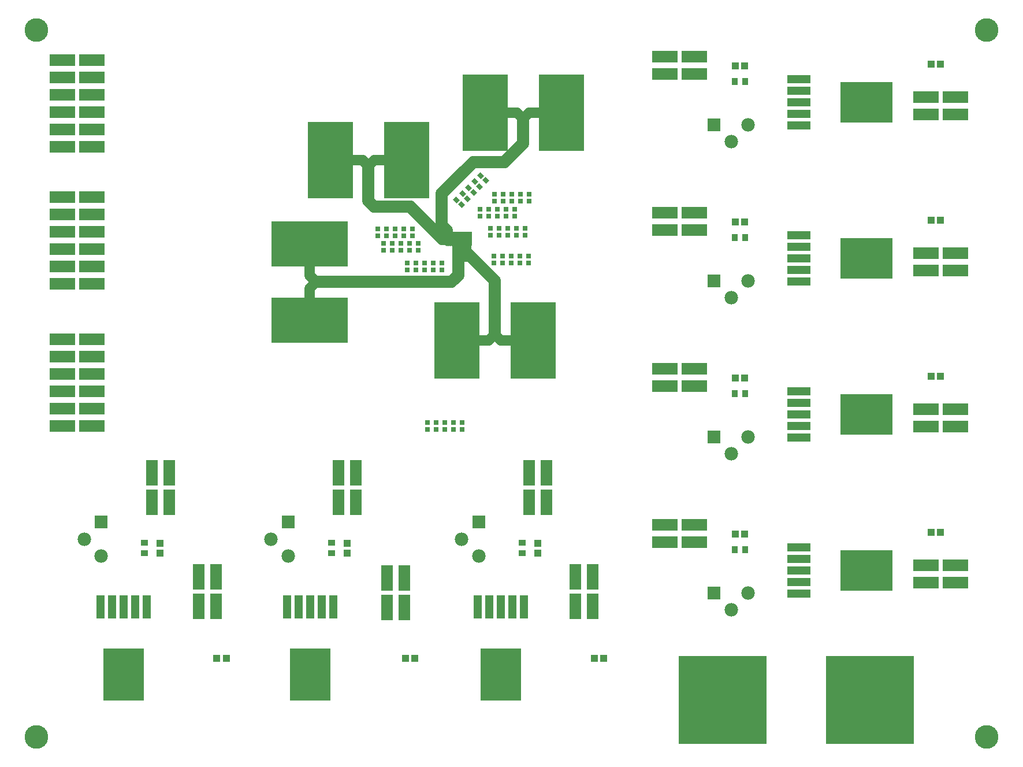
<source format=gts>
G04*
G04 #@! TF.GenerationSoftware,Altium Limited,Altium Designer,21.2.2 (38)*
G04*
G04 Layer_Color=8388736*
%FSLAX25Y25*%
%MOIN*%
G70*
G04*
G04 #@! TF.SameCoordinates,7CE423D0-DD0A-4659-BC9C-6402AB630EF7*
G04*
G04*
G04 #@! TF.FilePolarity,Negative*
G04*
G01*
G75*
%ADD29C,0.06000*%
%ADD30R,0.15500X0.08300*%
%ADD31R,0.09410X0.11333*%
%ADD32R,0.26000X0.44000*%
%ADD33R,0.44000X0.26000*%
%ADD34R,0.06706X0.14800*%
%ADD35R,0.14800X0.06706*%
%ADD36R,0.10400X0.04900*%
%ADD37R,0.01400X0.00900*%
%ADD38R,0.00900X0.01400*%
%ADD39R,0.01400X0.01400*%
%ADD40R,0.03000X0.01400*%
%ADD41R,0.01400X0.00900*%
%ADD42R,0.01600X0.01400*%
%ADD43R,0.01200X0.01400*%
%ADD44R,0.02769X0.03162*%
G04:AMPARAMS|DCode=45|XSize=27.69mil|YSize=31.62mil|CornerRadius=0mil|HoleSize=0mil|Usage=FLASHONLY|Rotation=45.000|XOffset=0mil|YOffset=0mil|HoleType=Round|Shape=Rectangle|*
%AMROTATEDRECTD45*
4,1,4,0.00139,-0.02097,-0.02097,0.00139,-0.00139,0.02097,0.02097,-0.00139,0.00139,-0.02097,0.0*
%
%ADD45ROTATEDRECTD45*%

%ADD46C,0.03937*%
%ADD47C,0.02800*%
%ADD48R,0.50800X0.50800*%
%ADD49R,0.23438X0.29934*%
%ADD50R,0.04540X0.13398*%
%ADD51R,0.29934X0.23438*%
%ADD52R,0.13398X0.04540*%
%ADD53R,0.03950X0.04343*%
%ADD54R,0.03556X0.04343*%
%ADD55R,0.04343X0.03950*%
%ADD56R,0.04343X0.03556*%
%ADD57C,0.13635*%
%ADD58C,0.09800*%
%ADD59C,0.07800*%
%ADD60R,0.07800X0.07800*%
%ADD61R,0.07800X0.07800*%
D29*
X285359Y248000D02*
X303801D01*
X281301Y251058D02*
Y256394D01*
X282301Y255980D02*
Y282731D01*
X282301Y251058D02*
Y255980D01*
Y251058D02*
X285359Y248000D01*
X278244D02*
X281301Y251058D01*
X259801Y248000D02*
X278244D01*
X281301Y256394D02*
Y282317D01*
X297600Y361928D02*
Y376200D01*
X298600Y361514D02*
Y376200D01*
X294600Y379200D02*
X297600Y376200D01*
X301600Y379200D02*
X320100D01*
X276100D02*
X294600D01*
X298600Y376200D02*
X301600Y379200D01*
X208350Y328116D02*
Y349105D01*
X209350Y328530D02*
Y349105D01*
X205455Y352000D02*
X208350Y349105D01*
X209350D02*
X212245Y352000D01*
X230850D01*
X186850D02*
X205455D01*
X175000Y285300D02*
Y303700D01*
X178100Y281200D02*
X181459D01*
X181459Y281200D02*
X185818D01*
X178100Y282200D02*
X181873D01*
X181873Y282200D02*
X185818D01*
X175000Y285300D02*
X178100Y282200D01*
X175000Y278100D02*
X178100Y281200D01*
X175000Y259700D02*
Y278100D01*
X185818Y282200D02*
X256473Y282200D01*
X185818Y281200D02*
X256888Y281200D01*
X260101Y285828D02*
Y303104D01*
X261101Y285413D02*
Y303104D01*
X256473Y282200D02*
X260101Y285828D01*
X256888Y281200D02*
X261101Y285413D01*
X266294Y297324D02*
X278894Y284724D01*
X281301Y282317D01*
X265294Y298324D02*
X266294Y297324D01*
X266294D01*
X262901Y300717D02*
X265294Y298324D01*
X262901Y300717D02*
Y303104D01*
X265294Y298324D02*
Y298324D01*
X280308Y284724D02*
Y284724D01*
X263901Y301132D02*
X266001Y299031D01*
X263901Y301132D02*
Y303104D01*
X266001Y299031D02*
X280308Y284724D01*
Y284724D02*
X282301Y282731D01*
X266001Y299031D02*
X266001D01*
X212349Y325531D02*
X233115D01*
X209500Y328380D02*
X212349Y325531D01*
X251643Y307004D02*
X253901D01*
X233115Y325531D02*
X251643Y307004D01*
X208500Y327965D02*
X211934Y324531D01*
X232701D01*
X251229Y306004D02*
X253901D01*
X232701Y324531D02*
X251229Y306004D01*
X269567Y350300D02*
X287429D01*
X298549Y361420D02*
X298578Y361491D01*
X287429Y350300D02*
X298549Y361420D01*
X251668Y332401D02*
X269567Y350300D01*
X251668Y314710D02*
X254601Y311777D01*
X251668Y314710D02*
Y332401D01*
X254601Y310004D02*
Y311777D01*
X250668Y314296D02*
X253601Y311363D01*
X250668Y314296D02*
Y332816D01*
X253601Y310004D02*
Y311363D01*
X269152Y351300D02*
X287015D01*
X297549Y361834D02*
X297578Y361906D01*
X287015Y351300D02*
X297549Y361834D01*
X250668Y332816D02*
X269152Y351300D01*
D30*
X260851Y306554D02*
D03*
D31*
X263606Y298851D02*
D03*
D32*
X320100Y379200D02*
D03*
X276100D02*
D03*
X303801Y248000D02*
D03*
X259801D02*
D03*
X186850Y352000D02*
D03*
X230850D02*
D03*
D33*
X175000Y303700D02*
D03*
Y259700D02*
D03*
D34*
X201500Y154731D02*
D03*
X191500D02*
D03*
Y171731D02*
D03*
X201500D02*
D03*
X93800Y154731D02*
D03*
X83800D02*
D03*
Y171731D02*
D03*
X93800D02*
D03*
X328328Y94731D02*
D03*
X338328D02*
D03*
Y111731D02*
D03*
X328328D02*
D03*
X219548Y93900D02*
D03*
X229548D02*
D03*
Y110900D02*
D03*
X219548D02*
D03*
X110767Y94731D02*
D03*
X120767D02*
D03*
Y111731D02*
D03*
X110767D02*
D03*
X311528Y171731D02*
D03*
X301528D02*
D03*
Y154731D02*
D03*
X311528D02*
D03*
D35*
X49200Y280555D02*
D03*
X32200D02*
D03*
X49200Y290555D02*
D03*
X32200D02*
D03*
X49200Y300555D02*
D03*
X32200D02*
D03*
X49200Y310555D02*
D03*
X32200D02*
D03*
X49200Y320555D02*
D03*
X32200D02*
D03*
X49200Y330555D02*
D03*
X32200D02*
D03*
X49200Y198647D02*
D03*
X32200D02*
D03*
X49200Y208647D02*
D03*
X32200D02*
D03*
X49200Y218647D02*
D03*
X32200D02*
D03*
X49200Y228647D02*
D03*
X32200D02*
D03*
X49200Y238647D02*
D03*
X32200D02*
D03*
X49200Y248647D02*
D03*
X32200D02*
D03*
X49200Y359555D02*
D03*
X32200D02*
D03*
X49200Y369555D02*
D03*
X32200D02*
D03*
X49200Y379555D02*
D03*
X32200D02*
D03*
X49200Y389555D02*
D03*
X32200D02*
D03*
X49200Y399555D02*
D03*
X32200D02*
D03*
X49200Y409555D02*
D03*
X32200D02*
D03*
X547400Y108400D02*
D03*
Y118400D02*
D03*
X530400D02*
D03*
Y108400D02*
D03*
X547400Y288400D02*
D03*
Y298400D02*
D03*
X530400D02*
D03*
Y288400D02*
D03*
X547400Y378400D02*
D03*
Y388400D02*
D03*
X530400D02*
D03*
Y378400D02*
D03*
X379734Y141500D02*
D03*
Y131500D02*
D03*
X396734D02*
D03*
Y141500D02*
D03*
X379734Y231500D02*
D03*
Y221500D02*
D03*
X396734D02*
D03*
Y231500D02*
D03*
X379734Y321500D02*
D03*
Y311500D02*
D03*
X396734D02*
D03*
Y321500D02*
D03*
X379734Y411500D02*
D03*
Y401500D02*
D03*
X396734D02*
D03*
Y411500D02*
D03*
X547400Y198400D02*
D03*
Y208400D02*
D03*
X530400D02*
D03*
Y198400D02*
D03*
D36*
X260101Y306404D02*
D03*
D37*
X253901Y308304D02*
D03*
Y307004D02*
D03*
Y306004D02*
D03*
Y304604D02*
D03*
X267301Y305504D02*
D03*
Y306504D02*
D03*
Y307504D02*
D03*
Y308504D02*
D03*
Y309604D02*
D03*
D38*
X254101Y303104D02*
D03*
X255101D02*
D03*
X256101D02*
D03*
X257101D02*
D03*
X260101D02*
D03*
X261101D02*
D03*
X262901D02*
D03*
X263901D02*
D03*
X266051Y309804D02*
D03*
X263101Y309704D02*
D03*
X260701D02*
D03*
X259701D02*
D03*
X258701D02*
D03*
X257701D02*
D03*
X254901Y310004D02*
D03*
X253901D02*
D03*
D39*
X258351Y303104D02*
D03*
D40*
X266801D02*
D03*
D41*
X266201Y304504D02*
D03*
D42*
X264601Y309704D02*
D03*
D43*
X261901D02*
D03*
X256501D02*
D03*
D44*
X243000Y196468D02*
D03*
Y200468D02*
D03*
X231301Y288631D02*
D03*
Y292631D02*
D03*
X301101Y296631D02*
D03*
Y292631D02*
D03*
X299101Y308531D02*
D03*
Y312531D02*
D03*
X214333Y308385D02*
D03*
Y312386D02*
D03*
X253000Y196468D02*
D03*
Y200468D02*
D03*
X236301Y288631D02*
D03*
Y292631D02*
D03*
X296101Y296631D02*
D03*
Y292631D02*
D03*
X294101Y308531D02*
D03*
Y312531D02*
D03*
X219333Y308385D02*
D03*
Y312386D02*
D03*
X248000Y196468D02*
D03*
Y200468D02*
D03*
X241301Y288631D02*
D03*
Y292631D02*
D03*
X291101Y296631D02*
D03*
Y292631D02*
D03*
X289101Y308531D02*
D03*
Y312531D02*
D03*
X224333Y308385D02*
D03*
Y312386D02*
D03*
X258000Y196468D02*
D03*
Y200468D02*
D03*
X246301Y288631D02*
D03*
Y292631D02*
D03*
X286101Y296631D02*
D03*
Y292631D02*
D03*
X284101Y308531D02*
D03*
Y312531D02*
D03*
X229333Y308385D02*
D03*
Y312386D02*
D03*
X263000Y196468D02*
D03*
Y200468D02*
D03*
X251301Y288631D02*
D03*
Y292631D02*
D03*
X281101Y296631D02*
D03*
Y292631D02*
D03*
X279101Y308531D02*
D03*
Y312531D02*
D03*
X234333Y308385D02*
D03*
Y312386D02*
D03*
X237635Y300029D02*
D03*
Y304029D02*
D03*
X232635D02*
D03*
Y300029D02*
D03*
X227635D02*
D03*
Y304029D02*
D03*
X222635D02*
D03*
Y300029D02*
D03*
X217635D02*
D03*
Y304029D02*
D03*
X273117Y323767D02*
D03*
Y319767D02*
D03*
X278117D02*
D03*
Y323767D02*
D03*
X283117D02*
D03*
Y319767D02*
D03*
X288117D02*
D03*
Y323767D02*
D03*
X293117D02*
D03*
Y319767D02*
D03*
X281420Y328427D02*
D03*
Y332427D02*
D03*
X286420D02*
D03*
Y328427D02*
D03*
X291420D02*
D03*
Y332427D02*
D03*
X296420D02*
D03*
Y328427D02*
D03*
X301420D02*
D03*
Y332427D02*
D03*
D45*
X276529Y340231D02*
D03*
X273701Y343059D02*
D03*
X273029Y336731D02*
D03*
X270201Y339559D02*
D03*
X269529Y333231D02*
D03*
X266701Y336059D02*
D03*
X266029Y329731D02*
D03*
X263201Y332559D02*
D03*
X262529Y326231D02*
D03*
X259701Y329059D02*
D03*
D46*
X319600Y374200D02*
D03*
X276600Y384200D02*
D03*
X303301Y243000D02*
D03*
X260301Y253000D02*
D03*
X187350Y357000D02*
D03*
X230350Y347000D02*
D03*
X180000Y303200D02*
D03*
X170000Y260200D02*
D03*
D47*
X320100Y379200D02*
D03*
X276100D02*
D03*
X303801Y248000D02*
D03*
X259801D02*
D03*
X186850Y352000D02*
D03*
X230850D02*
D03*
X175000Y303700D02*
D03*
Y259700D02*
D03*
D48*
X413300Y40700D02*
D03*
X498300D02*
D03*
D49*
X285228Y55376D02*
D03*
X175200Y55376D02*
D03*
X67500D02*
D03*
D50*
X271843Y94353D02*
D03*
X278535D02*
D03*
X285228D02*
D03*
X291921D02*
D03*
X298614D02*
D03*
X161814Y94353D02*
D03*
X168507D02*
D03*
X175200D02*
D03*
X181893D02*
D03*
X188586D02*
D03*
X54114D02*
D03*
X60807D02*
D03*
X67500D02*
D03*
X74193D02*
D03*
X80886D02*
D03*
D51*
X496089Y115200D02*
D03*
Y205200D02*
D03*
X496089Y295200D02*
D03*
Y385200D02*
D03*
D52*
X457112Y101814D02*
D03*
Y108507D02*
D03*
Y115200D02*
D03*
Y121893D02*
D03*
Y128586D02*
D03*
Y191814D02*
D03*
Y198507D02*
D03*
Y205200D02*
D03*
Y211893D02*
D03*
Y218586D02*
D03*
X457112Y281814D02*
D03*
Y288507D02*
D03*
Y295200D02*
D03*
Y301893D02*
D03*
Y308586D02*
D03*
Y371814D02*
D03*
Y378507D02*
D03*
Y385200D02*
D03*
Y391893D02*
D03*
Y398586D02*
D03*
D53*
X533479Y407200D02*
D03*
X538990D02*
D03*
Y227200D02*
D03*
X533479D02*
D03*
X538990Y317200D02*
D03*
X533479D02*
D03*
X420535Y226400D02*
D03*
X426046D02*
D03*
X426046Y316400D02*
D03*
X420535D02*
D03*
Y406400D02*
D03*
X426046D02*
D03*
X533479Y137200D02*
D03*
X538990D02*
D03*
X420535Y136400D02*
D03*
X426046D02*
D03*
X339072Y64700D02*
D03*
X344584D02*
D03*
X235720D02*
D03*
X230208D02*
D03*
X126856D02*
D03*
X121344D02*
D03*
D54*
X420338Y217400D02*
D03*
X426243D02*
D03*
X426243Y307400D02*
D03*
X420338D02*
D03*
Y397400D02*
D03*
X426243D02*
D03*
X420338Y127400D02*
D03*
X426243D02*
D03*
D55*
X196400Y130931D02*
D03*
Y125419D02*
D03*
X88700Y130931D02*
D03*
Y125419D02*
D03*
X306428Y130931D02*
D03*
Y125419D02*
D03*
D56*
X187400Y131128D02*
D03*
Y125222D02*
D03*
X297428Y125222D02*
D03*
Y131128D02*
D03*
X79700Y131128D02*
D03*
Y125222D02*
D03*
D57*
X565600Y19300D02*
D03*
Y426900D02*
D03*
X17100Y19300D02*
D03*
Y426900D02*
D03*
D58*
X320100Y393200D02*
D03*
Y365200D02*
D03*
X276100Y393200D02*
D03*
Y365200D02*
D03*
X303801Y262000D02*
D03*
Y234000D02*
D03*
X259801Y262000D02*
D03*
Y234000D02*
D03*
X186850Y338000D02*
D03*
Y366000D02*
D03*
X230850Y338000D02*
D03*
Y366000D02*
D03*
X161000Y303700D02*
D03*
X189000D02*
D03*
X161000Y259700D02*
D03*
X189000D02*
D03*
D59*
X272428Y123575D02*
D03*
X262628Y133375D02*
D03*
X162400Y123575D02*
D03*
X152600Y133375D02*
D03*
X427890Y102400D02*
D03*
X418090Y92600D02*
D03*
X427890Y192400D02*
D03*
X418090Y182600D02*
D03*
X427890Y282400D02*
D03*
X418090Y272600D02*
D03*
X427890Y372400D02*
D03*
X418090Y362600D02*
D03*
X54700Y123575D02*
D03*
X44900Y133375D02*
D03*
D60*
X272428Y143175D02*
D03*
X162400Y143175D02*
D03*
X54700D02*
D03*
D61*
X408290Y102400D02*
D03*
Y192400D02*
D03*
X408290Y282400D02*
D03*
Y372400D02*
D03*
M02*

</source>
